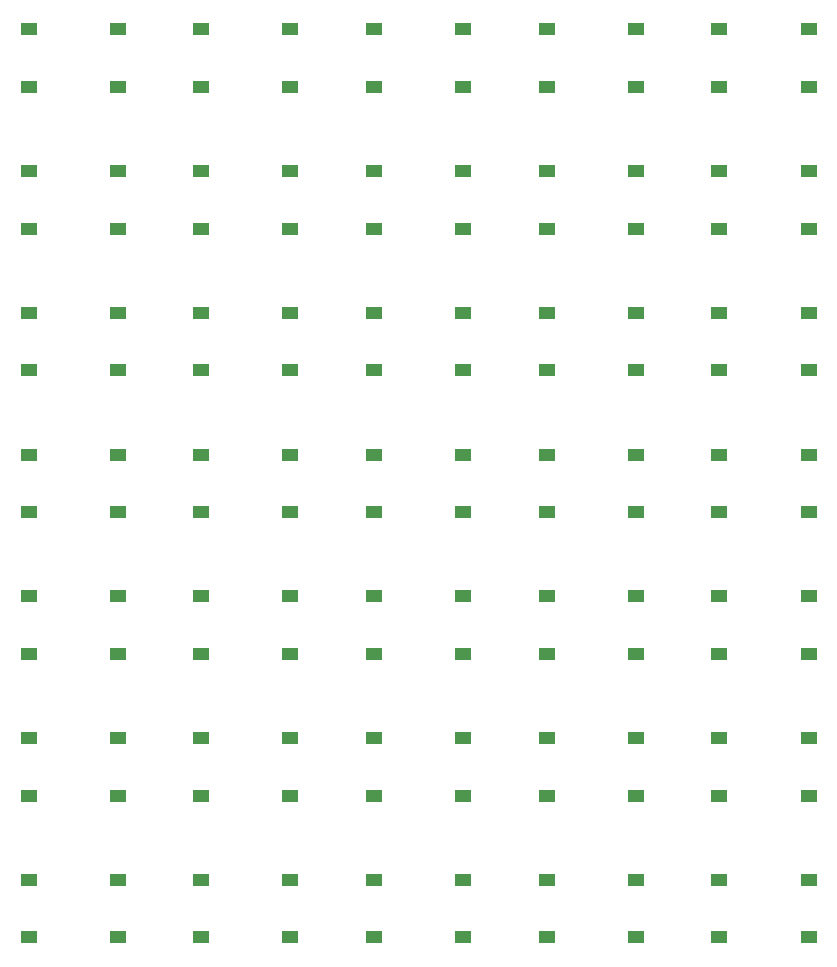
<source format=gbr>
%TF.GenerationSoftware,KiCad,Pcbnew,9.0.3*%
%TF.CreationDate,2025-09-20T21:36:46-05:00*%
%TF.ProjectId,RPNCalcProject,52504e43-616c-4635-9072-6f6a6563742e,rev?*%
%TF.SameCoordinates,Original*%
%TF.FileFunction,Paste,Top*%
%TF.FilePolarity,Positive*%
%FSLAX46Y46*%
G04 Gerber Fmt 4.6, Leading zero omitted, Abs format (unit mm)*
G04 Created by KiCad (PCBNEW 9.0.3) date 2025-09-20 21:36:46*
%MOMM*%
%LPD*%
G01*
G04 APERTURE LIST*
%ADD10R,1.452500X1.135000*%
G04 APERTURE END LIST*
D10*
%TO.C,SW11*%
X156077500Y-118432500D03*
X156077500Y-113567500D03*
X163625000Y-113567500D03*
X163625000Y-118432500D03*
%TD*%
%TO.C,SW20*%
X170702500Y-142432500D03*
X170702500Y-137567500D03*
X178250000Y-137567500D03*
X178250000Y-142432500D03*
%TD*%
%TO.C,SW25*%
X185327500Y-118432500D03*
X185327500Y-113567500D03*
X192875000Y-113567500D03*
X192875000Y-118432500D03*
%TD*%
%TO.C,SW16*%
X170702500Y-94432500D03*
X170702500Y-89567500D03*
X178250000Y-89567500D03*
X178250000Y-94432500D03*
%TD*%
%TO.C,SW9*%
X156077500Y-94432500D03*
X156077500Y-89567500D03*
X163625000Y-89567500D03*
X163625000Y-94432500D03*
%TD*%
%TO.C,SW17*%
X170702500Y-106432500D03*
X170702500Y-101567500D03*
X178250000Y-101567500D03*
X178250000Y-106432500D03*
%TD*%
%TO.C,SW24*%
X185327500Y-106432500D03*
X185327500Y-101567500D03*
X192875000Y-101567500D03*
X192875000Y-106432500D03*
%TD*%
%TO.C,SW33*%
X199952500Y-130432500D03*
X199952500Y-125567500D03*
X207500000Y-125567500D03*
X207500000Y-130432500D03*
%TD*%
%TO.C,SW4*%
X141452500Y-118432500D03*
X141452500Y-113567500D03*
X149000000Y-113567500D03*
X149000000Y-118432500D03*
%TD*%
%TO.C,SW6*%
X141452500Y-142432500D03*
X141452500Y-137567500D03*
X149000000Y-137567500D03*
X149000000Y-142432500D03*
%TD*%
%TO.C,SW22*%
X185327500Y-82432500D03*
X185327500Y-77567500D03*
X192875000Y-77567500D03*
X192875000Y-82432500D03*
%TD*%
%TO.C,SW32*%
X199952500Y-118432500D03*
X199952500Y-113567500D03*
X207500000Y-113567500D03*
X207500000Y-118432500D03*
%TD*%
%TO.C,SW34*%
X199952500Y-142432500D03*
X199952500Y-137567500D03*
X207500000Y-137567500D03*
X207500000Y-142432500D03*
%TD*%
%TO.C,SW1*%
X141452500Y-82432500D03*
X141452500Y-77567500D03*
X149000000Y-77567500D03*
X149000000Y-82432500D03*
%TD*%
%TO.C,SW7*%
X141452500Y-154432500D03*
X141452500Y-149567500D03*
X149000000Y-149567500D03*
X149000000Y-154432500D03*
%TD*%
%TO.C,SW14*%
X156077500Y-154432500D03*
X156077500Y-149567500D03*
X163625000Y-149567500D03*
X163625000Y-154432500D03*
%TD*%
%TO.C,SW21*%
X170702500Y-154432500D03*
X170702500Y-149567500D03*
X178250000Y-149567500D03*
X178250000Y-154432500D03*
%TD*%
%TO.C,SW29*%
X199952500Y-82432500D03*
X199952500Y-77567500D03*
X207500000Y-77567500D03*
X207500000Y-82432500D03*
%TD*%
%TO.C,SW18*%
X170702500Y-118432500D03*
X170702500Y-113567500D03*
X178250000Y-113567500D03*
X178250000Y-118432500D03*
%TD*%
%TO.C,SW5*%
X141452500Y-130432500D03*
X141452500Y-125567500D03*
X149000000Y-125567500D03*
X149000000Y-130432500D03*
%TD*%
%TO.C,SW19*%
X170702500Y-130432500D03*
X170702500Y-125567500D03*
X178250000Y-125567500D03*
X178250000Y-130432500D03*
%TD*%
%TO.C,SW23*%
X185327500Y-94432500D03*
X185327500Y-89567500D03*
X192875000Y-89567500D03*
X192875000Y-94432500D03*
%TD*%
%TO.C,SW26*%
X185327500Y-130432500D03*
X185327500Y-125567500D03*
X192875000Y-125567500D03*
X192875000Y-130432500D03*
%TD*%
%TO.C,SW12*%
X156077500Y-130432500D03*
X156077500Y-125567500D03*
X163625000Y-125567500D03*
X163625000Y-130432500D03*
%TD*%
%TO.C,SW13*%
X156077500Y-142432500D03*
X156077500Y-137567500D03*
X163625000Y-137567500D03*
X163625000Y-142432500D03*
%TD*%
%TO.C,SW30*%
X199952500Y-94432500D03*
X199952500Y-89567500D03*
X207500000Y-89567500D03*
X207500000Y-94432500D03*
%TD*%
%TO.C,SW3*%
X141452500Y-106432500D03*
X141452500Y-101567500D03*
X149000000Y-101567500D03*
X149000000Y-106432500D03*
%TD*%
%TO.C,SW31*%
X199952500Y-106432500D03*
X199952500Y-101567500D03*
X207500000Y-101567500D03*
X207500000Y-106432500D03*
%TD*%
%TO.C,SW2*%
X141452500Y-94432500D03*
X141452500Y-89567500D03*
X149000000Y-89567500D03*
X149000000Y-94432500D03*
%TD*%
%TO.C,SW35*%
X199952500Y-154432500D03*
X199952500Y-149567500D03*
X207500000Y-149567500D03*
X207500000Y-154432500D03*
%TD*%
%TO.C,SW28*%
X185327500Y-154432500D03*
X185327500Y-149567500D03*
X192875000Y-149567500D03*
X192875000Y-154432500D03*
%TD*%
%TO.C,SW15*%
X170702500Y-82432500D03*
X170702500Y-77567500D03*
X178250000Y-77567500D03*
X178250000Y-82432500D03*
%TD*%
%TO.C,SW27*%
X185327500Y-142432500D03*
X185327500Y-137567500D03*
X192875000Y-137567500D03*
X192875000Y-142432500D03*
%TD*%
%TO.C,SW10*%
X156077500Y-106432500D03*
X156077500Y-101567500D03*
X163625000Y-101567500D03*
X163625000Y-106432500D03*
%TD*%
%TO.C,SW8*%
X156077500Y-82432500D03*
X156077500Y-77567500D03*
X163625000Y-77567500D03*
X163625000Y-82432500D03*
%TD*%
M02*

</source>
